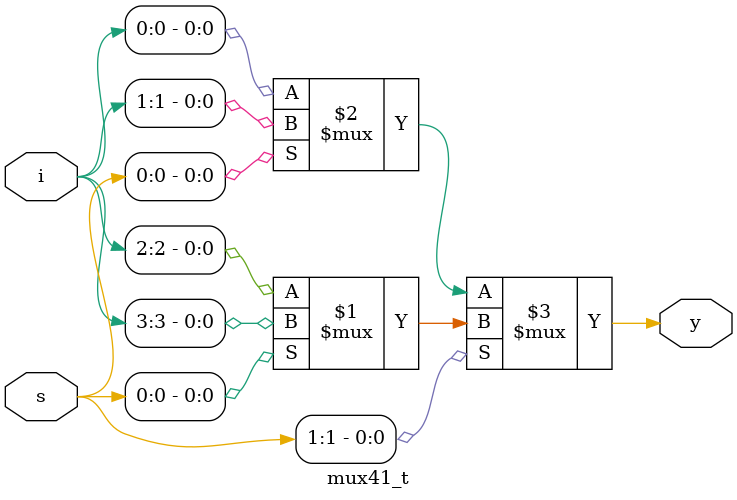
<source format=sv>
module mux41_t(input [3:0] i, input [1:0] s, output y);
  assign y = (s[1]) ? ((s[0]) ? i[3] : i[2]) : (s[0]) ? i[1] : i[0];
endmodule

</source>
